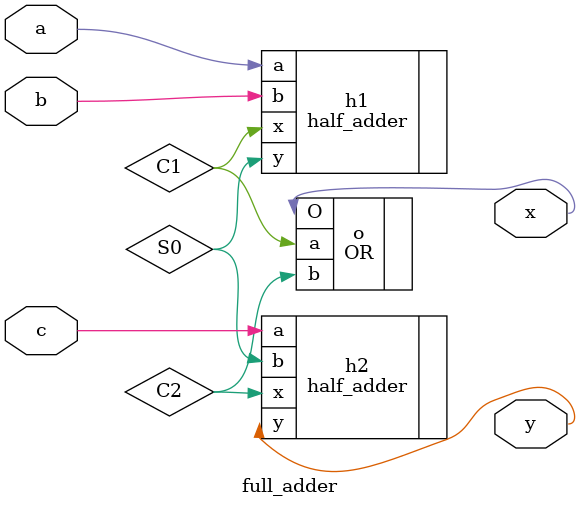
<source format=v>
module full_adder(a, b, c, y, x);
	input a, b, c;
	output y, x;
	wire S0, C1, C2;
	half_adder h1(.a(a),.b(b),.y(S0),.x(C1));
	half_adder h2(.a(c),.b(S0),.y(y),.x(C2));
	OR o(.a(C1),.b(C2),.O(x));
endmodule
</source>
